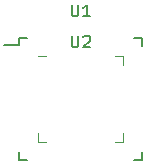
<source format=gbr>
G04 #@! TF.GenerationSoftware,KiCad,Pcbnew,(5.1.10)-1*
G04 #@! TF.CreationDate,2021-12-08T21:24:47+07:00*
G04 #@! TF.ProjectId,32u4mu to 32u4au,33327534-6d75-4207-946f-203332753461,rev?*
G04 #@! TF.SameCoordinates,Original*
G04 #@! TF.FileFunction,Legend,Top*
G04 #@! TF.FilePolarity,Positive*
%FSLAX46Y46*%
G04 Gerber Fmt 4.6, Leading zero omitted, Abs format (unit mm)*
G04 Created by KiCad (PCBNEW (5.1.10)-1) date 2021-12-08 21:24:47*
%MOMM*%
%LPD*%
G01*
G04 APERTURE LIST*
%ADD10C,0.120000*%
%ADD11C,0.150000*%
G04 APERTURE END LIST*
D10*
X97341250Y-54333750D02*
X98066250Y-54333750D01*
X98066250Y-54333750D02*
X98066250Y-55058750D01*
X91571250Y-61553750D02*
X90846250Y-61553750D01*
X90846250Y-61553750D02*
X90846250Y-60828750D01*
X97341250Y-61553750D02*
X98066250Y-61553750D01*
X98066250Y-61553750D02*
X98066250Y-60828750D01*
X91571250Y-54333750D02*
X90846250Y-54333750D01*
D11*
X89281250Y-52768750D02*
X89281250Y-53343750D01*
X99631250Y-52768750D02*
X99631250Y-53443750D01*
X99631250Y-63118750D02*
X99631250Y-62443750D01*
X89281250Y-63118750D02*
X89281250Y-62443750D01*
X89281250Y-52768750D02*
X89956250Y-52768750D01*
X89281250Y-63118750D02*
X89956250Y-63118750D01*
X99631250Y-63118750D02*
X98956250Y-63118750D01*
X99631250Y-52768750D02*
X98956250Y-52768750D01*
X89281250Y-53343750D02*
X88006250Y-53343750D01*
X93694345Y-52576130D02*
X93694345Y-53385654D01*
X93741964Y-53480892D01*
X93789583Y-53528511D01*
X93884821Y-53576130D01*
X94075297Y-53576130D01*
X94170535Y-53528511D01*
X94218154Y-53480892D01*
X94265773Y-53385654D01*
X94265773Y-52576130D01*
X94694345Y-52671369D02*
X94741964Y-52623750D01*
X94837202Y-52576130D01*
X95075297Y-52576130D01*
X95170535Y-52623750D01*
X95218154Y-52671369D01*
X95265773Y-52766607D01*
X95265773Y-52861845D01*
X95218154Y-53004702D01*
X94646726Y-53576130D01*
X95265773Y-53576130D01*
X93694345Y-49946130D02*
X93694345Y-50755654D01*
X93741964Y-50850892D01*
X93789583Y-50898511D01*
X93884821Y-50946130D01*
X94075297Y-50946130D01*
X94170535Y-50898511D01*
X94218154Y-50850892D01*
X94265773Y-50755654D01*
X94265773Y-49946130D01*
X95265773Y-50946130D02*
X94694345Y-50946130D01*
X94980059Y-50946130D02*
X94980059Y-49946130D01*
X94884821Y-50088988D01*
X94789583Y-50184226D01*
X94694345Y-50231845D01*
M02*

</source>
